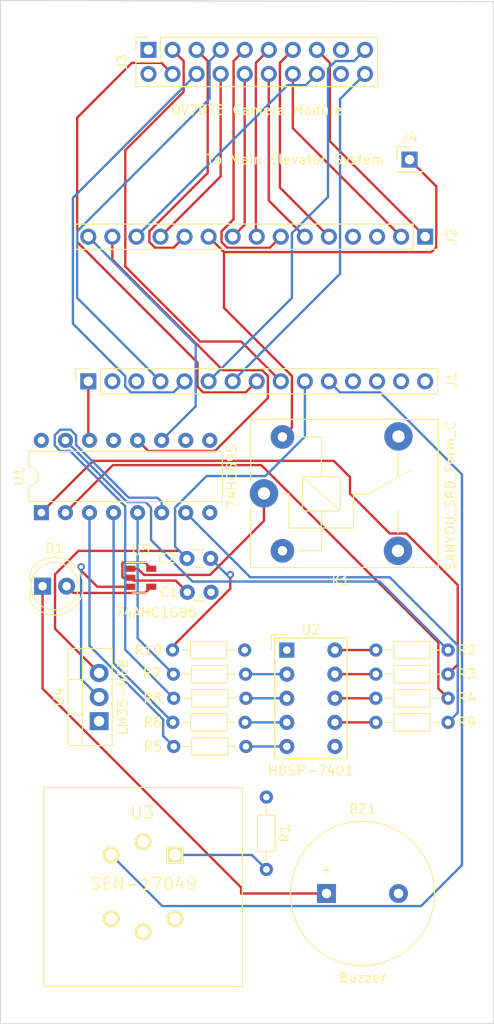
<source format=kicad_pcb>
(kicad_pcb (version 20171130) (host pcbnew "(5.1.9)-1")
  (title_block (title "Smart Elevator Systems") (date 2021-04-23) (rev 1.0) (company "College of Engineering, Pune") (comment 1 "Sayali Gadre (111907079)") (comment 2 "Esha Dorle (111907070)") (comment 3 "Anway Pimpalkar (111907066)") (comment 4 "Group 23"))
  (layers (0 F.Cu signal) (1 Power.Cu power) (2 Ground.Cu power) (31 B.Cu signal) (34 B.Paste user) (35 F.Paste user) (36 B.SilkS user) (37 F.SilkS user) (38 B.Mask user) (39 F.Mask user) (44 Edge.Cuts user))
  (net 0 "")
  (net 1 D1-TX)
  (net 2 +3V3)
  (net 3 D0-RX)
  (net 4 AREF)
  (net 5 RESET2)
  (net 6 A0)
  (net 7 GND)
  (net 8 A1)
  (net 9 D2)
  (net 10 A2)
  (net 11 D3)
  (net 12 A3)
  (net 13 D4)
  (net 14 A4)
  (net 15 D5)
  (net 16 A5)
  (net 17 D6)
  (net 18 A6)
  (net 19 D7)
  (net 20 A7)
  (net 21 D8)
  (net 22 +5V)
  (net 23 D9)
  (net 24 RESET1)
  (net 25 D10)
  (net 26 D11)
  (net 27 VIN)
  (net 28 D12)
  (net 29 D13)
  (net 30 "Net-(J3-Pad18)")
  (net 31 "Net-(J3-Pad17)")
  (net 32 "Net-(U1-Pad9)")
  (net 33 "Net-(U1-Pad10)")
  (net 34 "Net-(U1-Pad13)")
  (net 35 "Net-(R1-Pad2)")
  (net 36 "Net-(BZ1-Pad1)")
  (net 37 "Net-(R2-Pad2)")
  (net 38 "Net-(R2-Pad1)")
  (net 39 "Net-(R3-Pad2)")
  (net 40 "Net-(R3-Pad1)")
  (net 41 "Net-(R4-Pad1)")
  (net 42 "Net-(R4-Pad2)")
  (net 43 "Net-(R5-Pad2)")
  (net 44 "Net-(R5-Pad1)")
  (net 45 "Net-(R6-Pad1)")
  (net 46 "Net-(R6-Pad2)")
  (net 47 "Net-(R7-Pad1)")
  (net 48 "Net-(R7-Pad2)")
  (net 49 "Net-(R8-Pad1)")
  (net 50 "Net-(R8-Pad2)")
  (net 51 "Net-(R9-Pad2)")
  (net 52 "Net-(R9-Pad1)")
  (net 53 "Net-(D1-Pad2)")
  (net 54 "Net-(C2-Pad2)")
  (net 55 "Net-(K1-Pad1)")
  (module Relay_THT:Relay_SPDT_SANYOU_SRD_Series_Form_C (layer F.Cu) (at 107.442 135.636)
    (fp_text reference K1 (at 8.1 9.2) (layer F.SilkS))
    (fp_text value SANYOU_SRD_Form_C (at 19.685 0.254 90) (layer F.SilkS))
    (fp_line (start -1.4 1.2) (end -1.4 7.8) (layer F.SilkS) (width 0.12))
    (fp_line (start -1.4 -7.8) (end -1.4 -1.2) (layer F.SilkS) (width 0.12))
    (fp_line (start -1.4 -7.8) (end 18.4 -7.8) (layer F.SilkS) (width 0.12))
    (fp_line (start 18.4 -7.8) (end 18.4 7.8) (layer F.SilkS) (width 0.12))
    (fp_line (start 18.4 7.8) (end -1.4 7.8) (layer F.SilkS) (width 0.12))
    (fp_line (start 14.15 4.2) (end 14.15 1.75) (layer F.SilkS) (width 0.12))
    (fp_line (start 14.15 -4.2) (end 14.15 -1.7) (layer F.SilkS) (width 0.12))
    (fp_line (start 3.55 6.05) (end 6.05 6.05) (layer F.SilkS) (width 0.12))
    (fp_line (start 2.65 0.05) (end 1.85 0.05) (layer F.SilkS) (width 0.12))
    (fp_line (start 6.05 -5.95) (end 3.55 -5.95) (layer F.SilkS) (width 0.12))
    (fp_line (start 9.45 0.05) (end 10.95 0.05) (layer F.SilkS) (width 0.12))
    (fp_line (start 10.95 0.05) (end 15.55 -2.45) (layer F.SilkS) (width 0.12))
    (fp_line (start 9.45 3.65) (end 2.65 3.65) (layer F.SilkS) (width 0.12))
    (fp_line (start 9.45 0.05) (end 9.45 3.65) (layer F.SilkS) (width 0.12))
    (fp_line (start 2.65 0.05) (end 2.65 3.65) (layer F.SilkS) (width 0.12))
    (fp_line (start 6.05 -5.95) (end 6.05 -1.75) (layer F.SilkS) (width 0.12))
    (fp_line (start 6.05 1.85) (end 6.05 6.05) (layer F.SilkS) (width 0.12))
    (fp_line (start 8.05 1.85) (end 4.05 -1.75) (layer F.SilkS) (width 0.12))
    (fp_line (start 4.05 1.85) (end 4.05 -1.75) (layer F.SilkS) (width 0.12))
    (fp_line (start 4.05 -1.75) (end 8.05 -1.75) (layer F.SilkS) (width 0.12))
    (fp_line (start 8.05 -1.75) (end 8.05 1.85) (layer F.SilkS) (width 0.12))
    (fp_line (start 8.05 1.85) (end 4.05 1.85) (layer F.SilkS) (width 0.12))
    (pad 2 thru_hole circle (at 1.95 6.05 90) (size 2.5 2.5) (drill 1) (layers *.Cu *.Mask) (net 7 GND))
    (pad 3 thru_hole circle (at 14.15 6.05 90) (size 3 3) (drill 1.3) (layers *.Cu *.Mask) (net 7 GND))
    (pad 4 thru_hole circle (at 14.2 -6 90) (size 3 3) (drill 1.3) (layers *.Cu *.Mask) (net 22 +5V))
    (pad 5 thru_hole circle (at 1.95 -5.95 90) (size 2.5 2.5) (drill 1) (layers *.Cu *.Mask) (net 19 D7))
    (pad 1 thru_hole circle (at 0 0 90) (size 3 3) (drill 1.3) (layers *.Cu *.Mask) (net 55 "Net-(K1-Pad1)"))
  )
  (module SEN-17049:SEN17049 (layer F.Cu) (at 95.504 177.546 270)
    (fp_text reference U3 (at -8.255 0.889 180) (layer F.SilkS) (effects (font (size 1.27 1.27))))
    (fp_text value SEN-17049 (at -0.762 0.762 180) (layer F.SilkS) (effects (font (size 1.27 1.27))))
    (fp_line (start -9.951 0.819) (end -9.951 0.819) (layer F.SilkS) (width 0.1))
    (fp_line (start 9.049 0.819) (end 9.049 0.819) (layer F.SilkS) (width 0.1))
    (pad 1 thru_hole rect (at -3.81 -2.54) (size 1.8 1.8) (drill 1.2) (layers *.Cu *.Mask F.SilkS) (net 35 "Net-(R1-Pad2)"))
    (pad 2 thru_hole circle (at -5.201 0.819) (size 1.8 1.8) (drill 1.2) (layers *.Cu *.Mask F.SilkS) (net 7 GND))
    (pad 3 thru_hole circle (at -3.81 4.178) (size 1.8 1.8) (drill 1.2) (layers *.Cu *.Mask F.SilkS) (net 20 A7))
    (pad 4 thru_hole circle (at 2.908 4.178) (size 1.8 1.8) (drill 1.2) (layers *.Cu *.Mask F.SilkS) (net 22 +5V))
    (pad 5 thru_hole circle (at 4.299 0.819) (size 1.8 1.8) (drill 1.2) (layers *.Cu *.Mask F.SilkS) (net 22 +5V))
    (pad 6 thru_hole circle (at 2.908 -2.54) (size 1.8 1.8) (drill 1.2) (layers *.Cu *.Mask F.SilkS) (net 22 +5V))
  )
  (module Package_TO_SOT_THT:TO-220-3_Vertical (layer F.Cu) (at 90.043 159.639 90)
    (fp_text reference U4 (at 2.54 -4.27 90) (layer F.SilkS))
    (fp_text value LM35-NEB (at 2.54 2.5 90) (layer F.SilkS))
    (fp_line (start 4.391 -3.27) (end 4.391 -1.76) (layer F.SilkS) (width 0.12))
    (fp_line (start 0.69 -3.27) (end 0.69 -1.76) (layer F.SilkS) (width 0.12))
    (fp_line (start -2.58 -1.76) (end 7.66 -1.76) (layer F.SilkS) (width 0.12))
    (fp_line (start 7.66 -3.27) (end 7.66 1.371) (layer F.SilkS) (width 0.12))
    (fp_line (start -2.58 -3.27) (end -2.58 1.371) (layer F.SilkS) (width 0.12))
    (fp_line (start -2.58 1.371) (end 7.66 1.371) (layer F.SilkS) (width 0.12))
    (fp_line (start -2.58 -3.27) (end 7.66 -3.27) (layer F.SilkS) (width 0.12))
    (pad 1 thru_hole rect (at 0 0 90) (size 1.905 2) (drill 1.1) (layers *.Cu *.Mask) (net 22 +5V))
    (pad 2 thru_hole oval (at 2.54 0 90) (size 1.905 2) (drill 1.1) (layers *.Cu *.Mask) (net 7 GND))
    (pad 3 thru_hole oval (at 5.08 0 90) (size 1.905 2) (drill 1.1) (layers *.Cu *.Mask) (net 18 A6))
  )
  (module Package_DIP:DIP-16_W7.62mm (layer F.Cu) (at 83.947 137.668 90)
    (fp_text reference U1 (at 3.81 -2.33 90) (layer F.SilkS))
    (fp_text value 74HC595 (at 3.81 20.11 90) (layer F.SilkS))
    (fp_line (start 6.46 -1.33) (end 4.81 -1.33) (layer F.SilkS) (width 0.12))
    (fp_line (start 6.46 19.11) (end 6.46 -1.33) (layer F.SilkS) (width 0.12))
    (fp_line (start 1.16 19.11) (end 6.46 19.11) (layer F.SilkS) (width 0.12))
    (fp_line (start 1.16 -1.33) (end 1.16 19.11) (layer F.SilkS) (width 0.12))
    (fp_line (start 2.81 -1.33) (end 1.16 -1.33) (layer F.SilkS) (width 0.12))
    (fp_arc (start 3.81 -1.33) (end 2.81 -1.33) (angle -180) (layer F.SilkS) (width 0.12))
    (pad 16 thru_hole oval (at 7.62 0 90) (size 1.6 1.6) (drill 0.8) (layers *.Cu *.Mask) (net 22 +5V))
    (pad 8 thru_hole oval (at 0 17.78 90) (size 1.6 1.6) (drill 0.8) (layers *.Cu *.Mask) (net 7 GND))
    (pad 15 thru_hole oval (at 7.62 2.54 90) (size 1.6 1.6) (drill 0.8) (layers *.Cu *.Mask) (net 38 "Net-(R2-Pad1)"))
    (pad 7 thru_hole oval (at 0 15.24 90) (size 1.6 1.6) (drill 0.8) (layers *.Cu *.Mask) (net 52 "Net-(R9-Pad1)"))
    (pad 14 thru_hole oval (at 7.62 5.08 90) (size 1.6 1.6) (drill 0.8) (layers *.Cu *.Mask) (net 29 D13))
    (pad 6 thru_hole oval (at 0 12.7 90) (size 1.6 1.6) (drill 0.8) (layers *.Cu *.Mask) (net 49 "Net-(R8-Pad1)"))
    (pad 13 thru_hole oval (at 7.62 7.62 90) (size 1.6 1.6) (drill 0.8) (layers *.Cu *.Mask) (net 34 "Net-(U1-Pad13)"))
    (pad 5 thru_hole oval (at 0 10.16 90) (size 1.6 1.6) (drill 0.8) (layers *.Cu *.Mask) (net 47 "Net-(R7-Pad1)"))
    (pad 12 thru_hole oval (at 7.62 10.16 90) (size 1.6 1.6) (drill 0.8) (layers *.Cu *.Mask) (net 26 D11))
    (pad 4 thru_hole oval (at 0 7.62 90) (size 1.6 1.6) (drill 0.8) (layers *.Cu *.Mask) (net 45 "Net-(R6-Pad1)"))
    (pad 11 thru_hole oval (at 7.62 12.7 90) (size 1.6 1.6) (drill 0.8) (layers *.Cu *.Mask) (net 28 D12))
    (pad 3 thru_hole oval (at 0 5.08 90) (size 1.6 1.6) (drill 0.8) (layers *.Cu *.Mask) (net 44 "Net-(R5-Pad1)"))
    (pad 10 thru_hole oval (at 7.62 15.24 90) (size 1.6 1.6) (drill 0.8) (layers *.Cu *.Mask) (net 33 "Net-(U1-Pad10)"))
    (pad 2 thru_hole oval (at 0 2.54 90) (size 1.6 1.6) (drill 0.8) (layers *.Cu *.Mask) (net 41 "Net-(R4-Pad1)"))
    (pad 9 thru_hole oval (at 7.62 17.78 90) (size 1.6 1.6) (drill 0.8) (layers *.Cu *.Mask) (net 32 "Net-(U1-Pad9)"))
    (pad 1 thru_hole rect (at 0 0 90) (size 1.6 1.6) (drill 0.8) (layers *.Cu *.Mask) (net 40 "Net-(R3-Pad1)"))
  )
  (module Connector_PinSocket_2.54mm:PinSocket_2x10_P2.54mm_Vertical (layer F.Cu) (at 95.25 88.9 90)
    (fp_text reference J3 (at -1.27 -2.77 90) (layer F.SilkS))
    (fp_text value "OV7675 Camera Module" (at -6.35 11.43 180) (layer F.SilkS))
    (fp_line (start 0 -1.33) (end 1.33 -1.33) (layer F.SilkS) (width 0.12))
    (fp_line (start 1.33 -1.33) (end 1.33 0) (layer F.SilkS) (width 0.12))
    (fp_line (start -1.27 -1.33) (end -1.27 1.27) (layer F.SilkS) (width 0.12))
    (fp_line (start -1.27 1.27) (end 1.33 1.27) (layer F.SilkS) (width 0.12))
    (fp_line (start 1.33 1.27) (end 1.33 24.19) (layer F.SilkS) (width 0.12))
    (fp_line (start -3.87 24.19) (end 1.33 24.19) (layer F.SilkS) (width 0.12))
    (fp_line (start -3.87 -1.33) (end -3.87 24.19) (layer F.SilkS) (width 0.12))
    (fp_line (start -3.87 -1.33) (end -1.27 -1.33) (layer F.SilkS) (width 0.12))
    (pad 20 thru_hole oval (at -2.54 22.86 90) (size 1.7 1.7) (drill 1) (layers *.Cu *.Mask) (net 12 A3))
    (pad 19 thru_hole oval (at 0 22.86 90) (size 1.7 1.7) (drill 1) (layers *.Cu *.Mask) (net 10 A2))
    (pad 18 thru_hole oval (at -2.54 20.32 90) (size 1.7 1.7) (drill 1) (layers *.Cu *.Mask) (net 30 "Net-(J3-Pad18)"))
    (pad 17 thru_hole oval (at 0 20.32 90) (size 1.7 1.7) (drill 1) (layers *.Cu *.Mask) (net 31 "Net-(J3-Pad17)"))
    (pad 16 thru_hole oval (at -2.54 17.78 90) (size 1.7 1.7) (drill 1) (layers *.Cu *.Mask) (net 25 D10))
    (pad 15 thru_hole oval (at 0 17.78 90) (size 1.7 1.7) (drill 1) (layers *.Cu *.Mask) (net 1 D1-TX))
    (pad 14 thru_hole oval (at -2.54 15.24 90) (size 1.7 1.7) (drill 1) (layers *.Cu *.Mask) (net 3 D0-RX))
    (pad 13 thru_hole oval (at 0 15.24 90) (size 1.7 1.7) (drill 1) (layers *.Cu *.Mask) (net 9 D2))
    (pad 12 thru_hole oval (at -2.54 12.7 90) (size 1.7 1.7) (drill 1) (layers *.Cu *.Mask) (net 11 D3))
    (pad 11 thru_hole oval (at 0 12.7 90) (size 1.7 1.7) (drill 1) (layers *.Cu *.Mask) (net 15 D5))
    (pad 10 thru_hole oval (at -2.54 10.16 90) (size 1.7 1.7) (drill 1) (layers *.Cu *.Mask) (net 17 D6))
    (pad 9 thru_hole oval (at 0 10.16 90) (size 1.7 1.7) (drill 1) (layers *.Cu *.Mask) (net 13 D4))
    (pad 8 thru_hole oval (at -2.54 7.62 90) (size 1.7 1.7) (drill 1) (layers *.Cu *.Mask) (net 23 D9))
    (pad 7 thru_hole oval (at 0 7.62 90) (size 1.7 1.7) (drill 1) (layers *.Cu *.Mask) (net 6 A0))
    (pad 6 thru_hole oval (at -2.54 5.08 90) (size 1.7 1.7) (drill 1) (layers *.Cu *.Mask) (net 8 A1))
    (pad 5 thru_hole oval (at 0 5.08 90) (size 1.7 1.7) (drill 1) (layers *.Cu *.Mask) (net 21 D8))
    (pad 4 thru_hole oval (at -2.54 2.54 90) (size 1.7 1.7) (drill 1) (layers *.Cu *.Mask) (net 14 A4))
    (pad 3 thru_hole oval (at 0 2.54 90) (size 1.7 1.7) (drill 1) (layers *.Cu *.Mask) (net 16 A5))
    (pad 2 thru_hole oval (at -2.54 0 90) (size 1.7 1.7) (drill 1) (layers *.Cu *.Mask) (net 7 GND))
    (pad 1 thru_hole rect (at 0 0 90) (size 1.7 1.7) (drill 1) (layers *.Cu *.Mask) (net 2 +3V3))
  )
  (module Connector_PinSocket_2.54mm:PinSocket_1x15_P2.54mm_Vertical (layer F.Cu) (at 88.9 123.825 90)
    (fp_text reference J1 (at 0.127 38.354 90) (layer F.SilkS))
    (fp_text value "L Arduino Mount")
    (fp_line (start 0 -1.33) (end 1.33 -1.33) (layer F.SilkS) (width 0.12))
    (fp_line (start 1.33 -1.33) (end 1.33 0) (layer F.SilkS) (width 0.12))
    (fp_line (start 1.33 1.27) (end 1.33 36.89) (layer F.SilkS) (width 0.12))
    (fp_line (start -1.33 36.89) (end 1.33 36.89) (layer F.SilkS) (width 0.12))
    (fp_line (start -1.33 1.27) (end -1.33 36.89) (layer F.SilkS) (width 0.12))
    (fp_line (start -1.33 1.27) (end 1.33 1.27) (layer F.SilkS) (width 0.12))
    (pad 15 thru_hole oval (at 0 35.56 90) (size 1.7 1.7) (drill 1) (layers *.Cu *.Mask) (net 27 VIN))
    (pad 14 thru_hole oval (at 0 33.02 90) (size 1.7 1.7) (drill 1) (layers *.Cu *.Mask) (net 7 GND))
    (pad 13 thru_hole oval (at 0 30.48 90) (size 1.7 1.7) (drill 1) (layers *.Cu *.Mask) (net 24 RESET1))
    (pad 12 thru_hole oval (at 0 27.94 90) (size 1.7 1.7) (drill 1) (layers *.Cu *.Mask) (net 22 +5V))
    (pad 11 thru_hole oval (at 0 25.4 90) (size 1.7 1.7) (drill 1) (layers *.Cu *.Mask) (net 20 A7))
    (pad 10 thru_hole oval (at 0 22.86 90) (size 1.7 1.7) (drill 1) (layers *.Cu *.Mask) (net 18 A6))
    (pad 9 thru_hole oval (at 0 20.32 90) (size 1.7 1.7) (drill 1) (layers *.Cu *.Mask) (net 16 A5))
    (pad 8 thru_hole oval (at 0 17.78 90) (size 1.7 1.7) (drill 1) (layers *.Cu *.Mask) (net 14 A4))
    (pad 7 thru_hole oval (at 0 15.24 90) (size 1.7 1.7) (drill 1) (layers *.Cu *.Mask) (net 12 A3))
    (pad 6 thru_hole oval (at 0 12.7 90) (size 1.7 1.7) (drill 1) (layers *.Cu *.Mask) (net 10 A2))
    (pad 5 thru_hole oval (at 0 10.16 90) (size 1.7 1.7) (drill 1) (layers *.Cu *.Mask) (net 8 A1))
    (pad 4 thru_hole oval (at 0 7.62 90) (size 1.7 1.7) (drill 1) (layers *.Cu *.Mask) (net 6 A0))
    (pad 3 thru_hole oval (at 0 5.08 90) (size 1.7 1.7) (drill 1) (layers *.Cu *.Mask) (net 4 AREF))
    (pad 2 thru_hole oval (at 0 2.54 90) (size 1.7 1.7) (drill 1) (layers *.Cu *.Mask) (net 2 +3V3))
    (pad 1 thru_hole rect (at 0 0 90) (size 1.7 1.7) (drill 1) (layers *.Cu *.Mask) (net 29 D13))
  )
  (module Connector_PinSocket_2.54mm:PinSocket_1x15_P2.54mm_Vertical (layer F.Cu) (at 124.46 108.585 270)
    (fp_text reference J2 (at 0 -2.77 90) (layer F.SilkS))
    (fp_text value "R Arduino Mount")
    (fp_line (start 0 -1.33) (end 1.33 -1.33) (layer F.SilkS) (width 0.12))
    (fp_line (start 1.33 -1.33) (end 1.33 0) (layer F.SilkS) (width 0.12))
    (fp_line (start 1.33 1.27) (end 1.33 36.89) (layer F.SilkS) (width 0.12))
    (fp_line (start -1.33 36.89) (end 1.33 36.89) (layer F.SilkS) (width 0.12))
    (fp_line (start -1.33 1.27) (end -1.33 36.89) (layer F.SilkS) (width 0.12))
    (fp_line (start -1.33 1.27) (end 1.33 1.27) (layer F.SilkS) (width 0.12))
    (pad 15 thru_hole oval (at 0 35.56 270) (size 1.7 1.7) (drill 1) (layers *.Cu *.Mask) (net 28 D12))
    (pad 14 thru_hole oval (at 0 33.02 270) (size 1.7 1.7) (drill 1) (layers *.Cu *.Mask) (net 26 D11))
    (pad 13 thru_hole oval (at 0 30.48 270) (size 1.7 1.7) (drill 1) (layers *.Cu *.Mask) (net 25 D10))
    (pad 12 thru_hole oval (at 0 27.94 270) (size 1.7 1.7) (drill 1) (layers *.Cu *.Mask) (net 23 D9))
    (pad 11 thru_hole oval (at 0 25.4 270) (size 1.7 1.7) (drill 1) (layers *.Cu *.Mask) (net 21 D8))
    (pad 10 thru_hole oval (at 0 22.86 270) (size 1.7 1.7) (drill 1) (layers *.Cu *.Mask) (net 19 D7))
    (pad 9 thru_hole oval (at 0 20.32 270) (size 1.7 1.7) (drill 1) (layers *.Cu *.Mask) (net 17 D6))
    (pad 8 thru_hole oval (at 0 17.78 270) (size 1.7 1.7) (drill 1) (layers *.Cu *.Mask) (net 15 D5))
    (pad 7 thru_hole oval (at 0 15.24 270) (size 1.7 1.7) (drill 1) (layers *.Cu *.Mask) (net 13 D4))
    (pad 6 thru_hole oval (at 0 12.7 270) (size 1.7 1.7) (drill 1) (layers *.Cu *.Mask) (net 11 D3))
    (pad 5 thru_hole oval (at 0 10.16 270) (size 1.7 1.7) (drill 1) (layers *.Cu *.Mask) (net 9 D2))
    (pad 4 thru_hole oval (at 0 7.62 270) (size 1.7 1.7) (drill 1) (layers *.Cu *.Mask) (net 7 GND))
    (pad 3 thru_hole oval (at 0 5.08 270) (size 1.7 1.7) (drill 1) (layers *.Cu *.Mask) (net 5 RESET2))
    (pad 2 thru_hole oval (at 0 2.54 270) (size 1.7 1.7) (drill 1) (layers *.Cu *.Mask) (net 3 D0-RX))
    (pad 1 thru_hole rect (at 0 0 270) (size 1.7 1.7) (drill 1) (layers *.Cu *.Mask) (net 1 D1-TX))
  )
  (module Display_7Segment:HDSP-7401 (layer F.Cu) (at 109.855 152.146)
    (fp_text reference U2 (at 2.54 -2.159) (layer F.SilkS))
    (fp_text value HDSP-7401 (at 2.54 12.7) (layer F.SilkS))
    (fp_line (start -1.63 -1.63) (end 0 -1.63) (layer F.SilkS) (width 0.12))
    (fp_line (start -1.63 0) (end -1.63 -1.63) (layer F.SilkS) (width 0.12))
    (fp_line (start 6.35 -1.27) (end -1.27 -1.27) (layer F.SilkS) (width 0.15))
    (fp_line (start -1.27 -1.27) (end -1.27 11.43) (layer F.SilkS) (width 0.15))
    (fp_line (start -1.27 11.43) (end 6.35 11.43) (layer F.SilkS) (width 0.15))
    (fp_line (start 6.35 11.43) (end 6.35 -1.27) (layer F.SilkS) (width 0.15))
    (pad 10 thru_hole circle (at 5.08 0) (size 1.6 1.6) (drill 0.8) (layers *.Cu *.Mask) (net 37 "Net-(R2-Pad2)"))
    (pad 9 thru_hole circle (at 5.08 2.54) (size 1.6 1.6) (drill 0.8) (layers *.Cu *.Mask) (net 39 "Net-(R3-Pad2)"))
    (pad 8 thru_hole circle (at 5.08 5.08) (size 1.6 1.6) (drill 0.8) (layers *.Cu *.Mask) (net 42 "Net-(R4-Pad2)"))
    (pad 7 thru_hole circle (at 5.08 7.62) (size 1.6 1.6) (drill 0.8) (layers *.Cu *.Mask) (net 51 "Net-(R9-Pad2)"))
    (pad 6 thru_hole circle (at 5.08 10.16) (size 1.6 1.6) (drill 0.8) (layers *.Cu *.Mask) (net 22 +5V))
    (pad 5 thru_hole circle (at 0 10.16) (size 1.6 1.6) (drill 0.8) (layers *.Cu *.Mask) (net 43 "Net-(R5-Pad2)"))
    (pad 4 thru_hole circle (at 0 7.62) (size 1.6 1.6) (drill 0.8) (layers *.Cu *.Mask) (net 46 "Net-(R6-Pad2)"))
    (pad 3 thru_hole circle (at 0 5.08) (size 1.6 1.6) (drill 0.8) (layers *.Cu *.Mask) (net 50 "Net-(R8-Pad2)"))
    (pad 2 thru_hole circle (at 0 2.54) (size 1.6 1.6) (drill 0.8) (layers *.Cu *.Mask) (net 48 "Net-(R7-Pad2)"))
    (pad 1 thru_hole rect (at 0 0) (size 1.6 1.6) (drill 0.8) (layers *.Cu *.Mask) (net 22 +5V))
  )
  (module Buzzer_Beeper:Buzzer_15x7.5RM7.6 (layer F.Cu) (at 114.046 177.8)
    (fp_text reference BZ1 (at 3.81 -8.89) (layer F.SilkS))
    (fp_text value Buzzer (at 3.81 8.89) (layer F.SilkS))
    (fp_circle (center 3.8 0) (end 11.4 0) (layer F.SilkS) (width 0.12))
    (fp_text user + (at -0.01 -2.54) (layer F.SilkS))
    (pad 1 thru_hole rect (at 0 0) (size 2 2) (drill 1) (layers *.Cu *.Mask) (net 36 "Net-(BZ1-Pad1)"))
    (pad 2 thru_hole circle (at 7.6 0) (size 2 2) (drill 1) (layers *.Cu *.Mask) (net 7 GND))
  )
  (module Package_TO_SOT_SMD:SOT-23-5 (layer F.Cu) (at 94.445 144.526)
    (fp_text reference U5 (at 0 -2.9) (layer F.SilkS))
    (fp_text value 74AHC1G86 (at 1.567 3.683) (layer F.SilkS))
    (fp_line (start -0.9 1.61) (end 0.9 1.61) (layer F.SilkS) (width 0.12))
    (fp_line (start 0.9 -1.61) (end -1.55 -1.61) (layer F.SilkS) (width 0.12))
    (pad 1 smd rect (at -1.1 -0.95) (size 1.06 0.65) (layers F.Cu F.Paste F.Mask) (net 55 "Net-(K1-Pad1)"))
    (pad 2 smd rect (at -1.1 0) (size 1.06 0.65) (layers F.Cu F.Paste F.Mask) (net 22 +5V))
    (pad 3 smd rect (at -1.1 0.95) (size 1.06 0.65) (layers F.Cu F.Paste F.Mask) (net 7 GND))
    (pad 4 smd rect (at 1.1 0.95) (size 1.06 0.65) (layers F.Cu F.Paste F.Mask) (net 53 "Net-(D1-Pad2)"))
    (pad 5 smd rect (at 1.1 -0.95) (size 1.06 0.65) (layers F.Cu F.Paste F.Mask) (net 22 +5V))
  )
  (module Connector_PinHeader_2.54mm:PinHeader_1x01_P2.54mm_Vertical (layer F.Cu) (at 122.809 100.457)
    (fp_text reference J4 (at 0 -2.33) (layer F.SilkS))
    (fp_text value "To Main Elevator System" (at -12.065 0) (layer F.SilkS))
    (fp_line (start -1.33 1.33) (end 1.33 1.33) (layer F.SilkS) (width 0.12))
    (fp_line (start -1.33 1.27) (end -1.33 1.33) (layer F.SilkS) (width 0.12))
    (fp_line (start 1.33 1.27) (end 1.33 1.33) (layer F.SilkS) (width 0.12))
    (fp_line (start -1.33 1.27) (end 1.33 1.27) (layer F.SilkS) (width 0.12))
    (fp_line (start -1.33 0) (end -1.33 -1.33) (layer F.SilkS) (width 0.12))
    (fp_line (start -1.33 -1.33) (end 0 -1.33) (layer F.SilkS) (width 0.12))
    (pad 1 thru_hole rect (at 0 0) (size 1.7 1.7) (drill 1) (layers *.Cu *.Mask) (net 19 D7))
  )
  (module Resistor_THT:R_Axial_DIN0204_L3.6mm_D1.6mm_P7.62mm_Horizontal (layer F.Cu) (at 107.696 167.64 270)
    (fp_text reference R1 (at 3.81 -1.92 90) (layer F.SilkS))
    (fp_text value 4kΩ)
    (fp_line (start 6.68 0) (end 5.73 0) (layer F.SilkS) (width 0.12))
    (fp_line (start 0.94 0) (end 1.89 0) (layer F.SilkS) (width 0.12))
    (fp_line (start 5.73 -0.92) (end 1.89 -0.92) (layer F.SilkS) (width 0.12))
    (fp_line (start 5.73 0.92) (end 5.73 -0.92) (layer F.SilkS) (width 0.12))
    (fp_line (start 1.89 0.92) (end 5.73 0.92) (layer F.SilkS) (width 0.12))
    (fp_line (start 1.89 -0.92) (end 1.89 0.92) (layer F.SilkS) (width 0.12))
    (pad 1 thru_hole circle (at 0 0 270) (size 1.4 1.4) (drill 0.7) (layers *.Cu *.Mask) (net 7 GND))
    (pad 2 thru_hole oval (at 7.62 0 270) (size 1.4 1.4) (drill 0.7) (layers *.Cu *.Mask) (net 35 "Net-(R1-Pad2)"))
  )
  (module Resistor_THT:R_Axial_DIN0204_L3.6mm_D1.6mm_P7.62mm_Horizontal (layer F.Cu) (at 126.873 152.146 180)
    (fp_text reference R2 (at -2.0066 0) (layer F.SilkS))
    (fp_text value 330Ω)
    (fp_line (start 1.89 -0.92) (end 1.89 0.92) (layer F.SilkS) (width 0.12))
    (fp_line (start 1.89 0.92) (end 5.73 0.92) (layer F.SilkS) (width 0.12))
    (fp_line (start 5.73 0.92) (end 5.73 -0.92) (layer F.SilkS) (width 0.12))
    (fp_line (start 5.73 -0.92) (end 1.89 -0.92) (layer F.SilkS) (width 0.12))
    (fp_line (start 0.94 0) (end 1.89 0) (layer F.SilkS) (width 0.12))
    (fp_line (start 6.68 0) (end 5.73 0) (layer F.SilkS) (width 0.12))
    (pad 2 thru_hole oval (at 7.62 0 180) (size 1.4 1.4) (drill 0.7) (layers *.Cu *.Mask) (net 37 "Net-(R2-Pad2)"))
    (pad 1 thru_hole circle (at 0 0 180) (size 1.4 1.4) (drill 0.7) (layers *.Cu *.Mask) (net 38 "Net-(R2-Pad1)"))
  )
  (module Resistor_THT:R_Axial_DIN0204_L3.6mm_D1.6mm_P7.62mm_Horizontal (layer F.Cu) (at 126.873 154.686 180)
    (fp_text reference R3 (at -2.0066 0) (layer F.SilkS))
    (fp_text value 330Ω)
    (fp_line (start 6.68 0) (end 5.73 0) (layer F.SilkS) (width 0.12))
    (fp_line (start 0.94 0) (end 1.89 0) (layer F.SilkS) (width 0.12))
    (fp_line (start 5.73 -0.92) (end 1.89 -0.92) (layer F.SilkS) (width 0.12))
    (fp_line (start 5.73 0.92) (end 5.73 -0.92) (layer F.SilkS) (width 0.12))
    (fp_line (start 1.89 0.92) (end 5.73 0.92) (layer F.SilkS) (width 0.12))
    (fp_line (start 1.89 -0.92) (end 1.89 0.92) (layer F.SilkS) (width 0.12))
    (pad 1 thru_hole circle (at 0 0 180) (size 1.4 1.4) (drill 0.7) (layers *.Cu *.Mask) (net 40 "Net-(R3-Pad1)"))
    (pad 2 thru_hole oval (at 7.62 0 180) (size 1.4 1.4) (drill 0.7) (layers *.Cu *.Mask) (net 39 "Net-(R3-Pad2)"))
  )
  (module Resistor_THT:R_Axial_DIN0204_L3.6mm_D1.6mm_P7.62mm_Horizontal (layer F.Cu) (at 126.873 157.226 180)
    (fp_text reference R4 (at -2.0066 0.0254) (layer F.SilkS))
    (fp_text value 330Ω)
    (fp_line (start 6.68 0) (end 5.73 0) (layer F.SilkS) (width 0.12))
    (fp_line (start 0.94 0) (end 1.89 0) (layer F.SilkS) (width 0.12))
    (fp_line (start 5.73 -0.92) (end 1.89 -0.92) (layer F.SilkS) (width 0.12))
    (fp_line (start 5.73 0.92) (end 5.73 -0.92) (layer F.SilkS) (width 0.12))
    (fp_line (start 1.89 0.92) (end 5.73 0.92) (layer F.SilkS) (width 0.12))
    (fp_line (start 1.89 -0.92) (end 1.89 0.92) (layer F.SilkS) (width 0.12))
    (pad 1 thru_hole circle (at 0 0 180) (size 1.4 1.4) (drill 0.7) (layers *.Cu *.Mask) (net 41 "Net-(R4-Pad1)"))
    (pad 2 thru_hole oval (at 7.62 0 180) (size 1.4 1.4) (drill 0.7) (layers *.Cu *.Mask) (net 42 "Net-(R4-Pad2)"))
  )
  (module Resistor_THT:R_Axial_DIN0204_L3.6mm_D1.6mm_P7.62mm_Horizontal (layer F.Cu) (at 97.917 162.306)
    (fp_text reference R5 (at -2.2098 0) (layer F.SilkS))
    (fp_text value 330Ω)
    (fp_line (start 1.89 -0.92) (end 1.89 0.92) (layer F.SilkS) (width 0.12))
    (fp_line (start 1.89 0.92) (end 5.73 0.92) (layer F.SilkS) (width 0.12))
    (fp_line (start 5.73 0.92) (end 5.73 -0.92) (layer F.SilkS) (width 0.12))
    (fp_line (start 5.73 -0.92) (end 1.89 -0.92) (layer F.SilkS) (width 0.12))
    (fp_line (start 0.94 0) (end 1.89 0) (layer F.SilkS) (width 0.12))
    (fp_line (start 6.68 0) (end 5.73 0) (layer F.SilkS) (width 0.12))
    (pad 2 thru_hole oval (at 7.62 0) (size 1.4 1.4) (drill 0.7) (layers *.Cu *.Mask) (net 43 "Net-(R5-Pad2)"))
    (pad 1 thru_hole circle (at 0 0) (size 1.4 1.4) (drill 0.7) (layers *.Cu *.Mask) (net 44 "Net-(R5-Pad1)"))
  )
  (module Resistor_THT:R_Axial_DIN0204_L3.6mm_D1.6mm_P7.62mm_Horizontal (layer F.Cu) (at 97.826 159.766)
    (fp_text reference R6 (at -2.1188 0) (layer F.SilkS))
    (fp_text value 330Ω)
    (fp_line (start 1.89 -0.92) (end 1.89 0.92) (layer F.SilkS) (width 0.12))
    (fp_line (start 1.89 0.92) (end 5.73 0.92) (layer F.SilkS) (width 0.12))
    (fp_line (start 5.73 0.92) (end 5.73 -0.92) (layer F.SilkS) (width 0.12))
    (fp_line (start 5.73 -0.92) (end 1.89 -0.92) (layer F.SilkS) (width 0.12))
    (fp_line (start 0.94 0) (end 1.89 0) (layer F.SilkS) (width 0.12))
    (fp_line (start 6.68 0) (end 5.73 0) (layer F.SilkS) (width 0.12))
    (pad 2 thru_hole oval (at 7.62 0) (size 1.4 1.4) (drill 0.7) (layers *.Cu *.Mask) (net 46 "Net-(R6-Pad2)"))
    (pad 1 thru_hole circle (at 0 0) (size 1.4 1.4) (drill 0.7) (layers *.Cu *.Mask) (net 45 "Net-(R6-Pad1)"))
  )
  (module Resistor_THT:R_Axial_DIN0204_L3.6mm_D1.6mm_P7.62mm_Horizontal (layer F.Cu) (at 97.881 154.686)
    (fp_text reference R7 (at -2.25 -0.127) (layer F.SilkS))
    (fp_text value 330Ω)
    (fp_line (start 6.68 0) (end 5.73 0) (layer F.SilkS) (width 0.12))
    (fp_line (start 0.94 0) (end 1.89 0) (layer F.SilkS) (width 0.12))
    (fp_line (start 5.73 -0.92) (end 1.89 -0.92) (layer F.SilkS) (width 0.12))
    (fp_line (start 5.73 0.92) (end 5.73 -0.92) (layer F.SilkS) (width 0.12))
    (fp_line (start 1.89 0.92) (end 5.73 0.92) (layer F.SilkS) (width 0.12))
    (fp_line (start 1.89 -0.92) (end 1.89 0.92) (layer F.SilkS) (width 0.12))
    (pad 1 thru_hole circle (at 0 0) (size 1.4 1.4) (drill 0.7) (layers *.Cu *.Mask) (net 47 "Net-(R7-Pad1)"))
    (pad 2 thru_hole oval (at 7.62 0) (size 1.4 1.4) (drill 0.7) (layers *.Cu *.Mask) (net 48 "Net-(R7-Pad2)"))
  )
  (module Resistor_THT:R_Axial_DIN0204_L3.6mm_D1.6mm_P7.62mm_Horizontal (layer F.Cu) (at 97.917 157.226)
    (fp_text reference R8 (at -2.2352 0) (layer F.SilkS))
    (fp_text value 330Ω)
    (fp_line (start 1.89 -0.92) (end 1.89 0.92) (layer F.SilkS) (width 0.12))
    (fp_line (start 1.89 0.92) (end 5.73 0.92) (layer F.SilkS) (width 0.12))
    (fp_line (start 5.73 0.92) (end 5.73 -0.92) (layer F.SilkS) (width 0.12))
    (fp_line (start 5.73 -0.92) (end 1.89 -0.92) (layer F.SilkS) (width 0.12))
    (fp_line (start 0.94 0) (end 1.89 0) (layer F.SilkS) (width 0.12))
    (fp_line (start 6.68 0) (end 5.73 0) (layer F.SilkS) (width 0.12))
    (pad 2 thru_hole oval (at 7.62 0) (size 1.4 1.4) (drill 0.7) (layers *.Cu *.Mask) (net 50 "Net-(R8-Pad2)"))
    (pad 1 thru_hole circle (at 0 0) (size 1.4 1.4) (drill 0.7) (layers *.Cu *.Mask) (net 49 "Net-(R8-Pad1)"))
  )
  (module Resistor_THT:R_Axial_DIN0204_L3.6mm_D1.6mm_P7.62mm_Horizontal (layer F.Cu) (at 126.873 159.766 180)
    (fp_text reference R9 (at -2.0066 0) (layer F.SilkS))
    (fp_text value 330Ω)
    (fp_line (start 6.68 0) (end 5.73 0) (layer F.SilkS) (width 0.12))
    (fp_line (start 0.94 0) (end 1.89 0) (layer F.SilkS) (width 0.12))
    (fp_line (start 5.73 -0.92) (end 1.89 -0.92) (layer F.SilkS) (width 0.12))
    (fp_line (start 5.73 0.92) (end 5.73 -0.92) (layer F.SilkS) (width 0.12))
    (fp_line (start 1.89 0.92) (end 5.73 0.92) (layer F.SilkS) (width 0.12))
    (fp_line (start 1.89 -0.92) (end 1.89 0.92) (layer F.SilkS) (width 0.12))
    (pad 1 thru_hole circle (at 0 0 180) (size 1.4 1.4) (drill 0.7) (layers *.Cu *.Mask) (net 52 "Net-(R9-Pad1)"))
    (pad 2 thru_hole oval (at 7.62 0 180) (size 1.4 1.4) (drill 0.7) (layers *.Cu *.Mask) (net 51 "Net-(R9-Pad2)"))
  )
  (module Capacitor_THT:C_Disc_D3.0mm_W1.6mm_P2.50mm (layer F.Cu) (at 99.354 146.05)
    (fp_text reference C1 (at -1.945 0) (layer F.SilkS))
    (fp_text value 10uF)
    (fp_line (start 0.621 0.92) (end 1.879 0.92) (layer F.SilkS) (width 0.12))
    (fp_line (start 0.621 -0.92) (end 1.879 -0.92) (layer F.SilkS) (width 0.12))
    (pad 2 thru_hole circle (at 2.5 0) (size 1.6 1.6) (drill 0.8) (layers *.Cu *.Mask) (net 7 GND))
    (pad 1 thru_hole circle (at 0 0) (size 1.6 1.6) (drill 0.8) (layers *.Cu *.Mask) (net 22 +5V))
  )
  (module Capacitor_THT:C_Disc_D3.0mm_W1.6mm_P2.50mm (layer F.Cu) (at 99.314 142.494)
    (fp_text reference C2 (at -2.159 0) (layer F.SilkS))
    (fp_text value 1uF)
    (fp_line (start 0.621 -0.92) (end 1.879 -0.92) (layer F.SilkS) (width 0.12))
    (fp_line (start 0.621 0.92) (end 1.879 0.92) (layer F.SilkS) (width 0.12))
    (pad 1 thru_hole circle (at 0 0) (size 1.6 1.6) (drill 0.8) (layers *.Cu *.Mask) (net 18 A6))
    (pad 2 thru_hole circle (at 2.5 0) (size 1.6 1.6) (drill 0.8) (layers *.Cu *.Mask) (net 54 "Net-(C2-Pad2)"))
  )
  (module Resistor_THT:R_Axial_DIN0204_L3.6mm_D1.6mm_P7.62mm_Horizontal (layer F.Cu) (at 97.79 152.146)
    (fp_text reference R10 (at -2.54 0) (layer F.SilkS))
    (fp_text value 75Ω)
    (fp_line (start 1.89 -0.92) (end 1.89 0.92) (layer F.SilkS) (width 0.12))
    (fp_line (start 1.89 0.92) (end 5.73 0.92) (layer F.SilkS) (width 0.12))
    (fp_line (start 5.73 0.92) (end 5.73 -0.92) (layer F.SilkS) (width 0.12))
    (fp_line (start 5.73 -0.92) (end 1.89 -0.92) (layer F.SilkS) (width 0.12))
    (fp_line (start 0.94 0) (end 1.89 0) (layer F.SilkS) (width 0.12))
    (fp_line (start 6.68 0) (end 5.73 0) (layer F.SilkS) (width 0.12))
    (pad 1 thru_hole circle (at 0 0) (size 1.4 1.4) (drill 0.7) (layers *.Cu *.Mask) (net 54 "Net-(C2-Pad2)"))
    (pad 2 thru_hole oval (at 7.62 0) (size 1.4 1.4) (drill 0.7) (layers *.Cu *.Mask) (net 7 GND))
  )
  (module LED_THT:LED_D5.0mm_FlatTop (layer F.Cu) (at 84.074 145.415)
    (fp_text reference D1 (at 1.27 -4.01) (layer F.SilkS))
    (fp_text value LED)
    (fp_line (start -1.29 -1.64) (end -1.29 1.64) (layer F.SilkS) (width 0.12))
    (fp_circle (center 1.27 0) (end 3.77 0) (layer F.SilkS) (width 0.12))
    (fp_arc (start 1.27 0) (end -1.29 -1.639512) (angle 147.4) (layer F.SilkS) (width 0.12))
    (fp_arc (start 1.27 0) (end -1.29 1.639512) (angle -147.4) (layer F.SilkS) (width 0.12))
    (pad 1 thru_hole rect (at 0 0) (size 1.8 1.8) (drill 0.9) (layers *.Cu *.Mask) (net 36 "Net-(BZ1-Pad1)"))
    (pad 2 thru_hole circle (at 2.54 0) (size 1.8 1.8) (drill 0.9) (layers *.Cu *.Mask) (net 53 "Net-(D1-Pad2)"))
  )
  (gr_line (start 79.629 83.693) (end 131.699 83.82) (layer Edge.Cuts) (width 0.1))
  (gr_line (start 79.629 191.516) (end 79.629 83.693) (layer Edge.Cuts) (width 0.1))
  (gr_line (start 131.699 191.516) (end 79.629 191.516) (layer Edge.Cuts) (width 0.1))
  (gr_line (start 131.699 83.82) (end 131.699 191.516) (layer Edge.Cuts) (width 0.1))
  (gr_line (start 84.201 187.579) (end 84.201 166.624) (layer F.SilkS) (width 0.12))
  (gr_line (start 105.156 187.579) (end 84.201 187.579) (layer F.SilkS) (width 0.12))
  (gr_line (start 105.156 166.624) (end 105.156 187.579) (layer F.SilkS) (width 0.12))
  (gr_line (start 84.201 166.624) (end 105.156 166.624) (layer F.SilkS) (width 0.12))
  (segment (start 114.394999 98.519999) (end 124.46 108.585) (width 0.25) (layer F.Cu) (net 1))
  (segment (start 114.394999 90.264999) (end 114.394999 98.519999) (width 0.25) (layer F.Cu) (net 1))
  (segment (start 113.03 88.9) (end 114.394999 90.264999) (width 0.25) (layer F.Cu) (net 1))
  (segment (start 110.49 97.155) (end 121.92 108.585) (width 0.25) (layer F.Cu) (net 3))
  (segment (start 110.49 91.44) (end 110.49 97.155) (width 0.25) (layer F.Cu) (net 3))
  (segment (start 87.724999 115.029999) (end 96.52 123.825) (width 0.25) (layer B.Cu) (net 6))
  (segment (start 87.724999 108.020999) (end 87.724999 115.029999) (width 0.25) (layer B.Cu) (net 6))
  (segment (start 101.694999 94.050999) (end 87.724999 108.020999) (width 0.25) (layer B.Cu) (net 6))
  (segment (start 101.694999 90.075001) (end 101.694999 94.050999) (width 0.25) (layer B.Cu) (net 6))
  (segment (start 102.87 88.9) (end 101.694999 90.075001) (width 0.25) (layer B.Cu) (net 6))
  (segment (start 93.345 145.476) (end 89.85 145.476) (width 0.25) (layer F.Cu) (net 7))
  (via (at 88.138 143.383) (size 0.8) (drill 0.4) (layers F.Cu B.Cu) (net 7))
  (segment (start 88.138 143.764) (end 88.138 143.383) (width 0.25) (layer F.Cu) (net 7))
  (segment (start 89.85 145.476) (end 88.138 143.764) (width 0.25) (layer F.Cu) (net 7))
  (segment (start 88.138 155.194) (end 90.043 157.099) (width 0.25) (layer B.Cu) (net 7))
  (segment (start 88.138 143.383) (end 88.138 155.194) (width 0.25) (layer B.Cu) (net 7))
  (segment (start 97.884999 125.000001) (end 99.06 123.825) (width 0.25) (layer B.Cu) (net 8))
  (segment (start 92.804999 124.389001) (end 93.415999 125.000001) (width 0.25) (layer B.Cu) (net 8))
  (segment (start 92.804999 123.284999) (end 92.804999 124.389001) (width 0.25) (layer B.Cu) (net 8))
  (segment (start 93.415999 125.000001) (end 97.884999 125.000001) (width 0.25) (layer B.Cu) (net 8))
  (segment (start 87.274989 117.754989) (end 92.804999 123.284999) (width 0.25) (layer B.Cu) (net 8))
  (segment (start 87.274989 104.495011) (end 87.274989 117.754989) (width 0.25) (layer B.Cu) (net 8))
  (segment (start 100.33 91.44) (end 87.274989 104.495011) (width 0.25) (layer B.Cu) (net 8))
  (segment (start 109.125001 103.410001) (end 114.3 108.585) (width 0.25) (layer F.Cu) (net 9))
  (segment (start 109.125001 90.264999) (end 109.125001 103.410001) (width 0.25) (layer F.Cu) (net 9))
  (segment (start 110.49 88.9) (end 109.125001 90.264999) (width 0.25) (layer F.Cu) (net 9))
  (segment (start 110.395001 108.210997) (end 110.395001 115.029999) (width 0.25) (layer B.Cu) (net 10))
  (segment (start 110.395001 115.029999) (end 101.6 123.825) (width 0.25) (layer B.Cu) (net 10))
  (segment (start 114.205001 104.400997) (end 110.395001 108.210997) (width 0.25) (layer B.Cu) (net 10))
  (segment (start 114.205001 90.875999) (end 114.205001 104.400997) (width 0.25) (layer B.Cu) (net 10))
  (segment (start 115.005999 90.075001) (end 114.205001 90.875999) (width 0.25) (layer B.Cu) (net 10))
  (segment (start 116.934999 90.075001) (end 115.005999 90.075001) (width 0.25) (layer B.Cu) (net 10))
  (segment (start 118.11 88.9) (end 116.934999 90.075001) (width 0.25) (layer B.Cu) (net 10))
  (segment (start 107.95 104.775) (end 111.76 108.585) (width 0.25) (layer F.Cu) (net 11))
  (segment (start 107.95 91.44) (end 107.95 104.775) (width 0.25) (layer F.Cu) (net 11))
  (segment (start 115.475001 112.489999) (end 104.14 123.825) (width 0.25) (layer B.Cu) (net 12))
  (segment (start 115.475001 94.074999) (end 115.475001 112.489999) (width 0.25) (layer B.Cu) (net 12))
  (segment (start 118.11 91.44) (end 115.475001 94.074999) (width 0.25) (layer B.Cu) (net 12))
  (segment (start 108.044999 109.760001) (end 109.22 108.585) (width 0.25) (layer F.Cu) (net 13))
  (segment (start 102.964999 108.020999) (end 102.964999 109.149001) (width 0.25) (layer F.Cu) (net 13))
  (segment (start 103.575999 109.760001) (end 108.044999 109.760001) (width 0.25) (layer F.Cu) (net 13))
  (segment (start 104.234999 106.750999) (end 102.964999 108.020999) (width 0.25) (layer F.Cu) (net 13))
  (segment (start 104.234999 90.075001) (end 104.234999 106.750999) (width 0.25) (layer F.Cu) (net 13))
  (segment (start 102.964999 109.149001) (end 103.575999 109.760001) (width 0.25) (layer F.Cu) (net 13))
  (segment (start 105.41 88.9) (end 104.234999 90.075001) (width 0.25) (layer F.Cu) (net 13))
  (segment (start 87.724999 96.044001) (end 87.724999 109.149001) (width 0.25) (layer F.Cu) (net 14))
  (segment (start 93.504001 90.264999) (end 87.724999 96.044001) (width 0.25) (layer F.Cu) (net 14))
  (segment (start 96.614999 90.264999) (end 93.504001 90.264999) (width 0.25) (layer F.Cu) (net 14))
  (segment (start 97.79 91.44) (end 96.614999 90.264999) (width 0.25) (layer F.Cu) (net 14))
  (segment (start 105.504999 125.000001) (end 106.68 123.825) (width 0.25) (layer F.Cu) (net 14))
  (segment (start 100.424999 124.389001) (end 101.035999 125.000001) (width 0.25) (layer F.Cu) (net 14))
  (segment (start 101.035999 125.000001) (end 105.504999 125.000001) (width 0.25) (layer F.Cu) (net 14))
  (segment (start 100.424999 121.849001) (end 100.424999 124.389001) (width 0.25) (layer F.Cu) (net 14))
  (segment (start 87.724999 109.149001) (end 100.424999 121.849001) (width 0.25) (layer F.Cu) (net 14))
  (segment (start 106.774999 108.490001) (end 106.68 108.585) (width 0.25) (layer F.Cu) (net 15))
  (segment (start 106.585001 108.490001) (end 106.68 108.585) (width 0.25) (layer F.Cu) (net 15))
  (segment (start 106.585001 90.264999) (end 106.585001 108.490001) (width 0.25) (layer F.Cu) (net 15))
  (segment (start 107.95 88.9) (end 106.585001 90.264999) (width 0.25) (layer F.Cu) (net 15))
  (segment (start 98.965001 90.075001) (end 98.965001 93.312999) (width 0.25) (layer F.Cu) (net 16))
  (segment (start 97.79 88.9) (end 98.965001 90.075001) (width 0.25) (layer F.Cu) (net 16))
  (segment (start 92.804999 99.473001) (end 92.804999 111.727999) (width 0.25) (layer F.Cu) (net 16))
  (segment (start 98.965001 93.312999) (end 92.804999 99.473001) (width 0.25) (layer F.Cu) (net 16))
  (segment (start 92.804999 111.727999) (end 100.711 119.634) (width 0.25) (layer F.Cu) (net 16))
  (segment (start 105.029 119.634) (end 109.22 123.825) (width 0.25) (layer F.Cu) (net 16))
  (segment (start 100.711 119.634) (end 105.029 119.634) (width 0.25) (layer F.Cu) (net 16))
  (segment (start 105.41 107.315) (end 104.14 108.585) (width 0.25) (layer F.Cu) (net 17))
  (segment (start 105.41 91.44) (end 105.41 107.315) (width 0.25) (layer F.Cu) (net 17))
  (segment (start 98.061999 141.241999) (end 99.314 142.494) (width 0.25) (layer B.Cu) (net 18))
  (segment (start 98.061999 137.127999) (end 98.061999 141.241999) (width 0.25) (layer B.Cu) (net 18))
  (segment (start 107.598003 133.810999) (end 101.378999 133.810999) (width 0.25) (layer B.Cu) (net 18))
  (segment (start 101.378999 133.810999) (end 98.061999 137.127999) (width 0.25) (layer B.Cu) (net 18))
  (segment (start 111.76 129.649002) (end 107.598003 133.810999) (width 0.25) (layer B.Cu) (net 18))
  (segment (start 111.76 123.825) (end 111.76 129.649002) (width 0.25) (layer B.Cu) (net 18))
  (segment (start 98.514001 141.694001) (end 99.314 142.494) (width 0.25) (layer F.Cu) (net 18))
  (segment (start 87.859999 141.694001) (end 98.514001 141.694001) (width 0.25) (layer F.Cu) (net 18))
  (segment (start 85.388999 144.165001) (end 87.859999 141.694001) (width 0.25) (layer F.Cu) (net 18))
  (segment (start 85.388999 149.904999) (end 85.388999 144.165001) (width 0.25) (layer F.Cu) (net 18))
  (segment (start 90.043 154.559) (end 85.388999 149.904999) (width 0.25) (layer F.Cu) (net 18))
  (segment (start 125.635001 103.283001) (end 122.809 100.457) (width 0.25) (layer F.Cu) (net 19))
  (segment (start 125.635001 109.695001) (end 125.635001 103.283001) (width 0.25) (layer F.Cu) (net 19))
  (segment (start 125.119991 110.210011) (end 125.635001 109.695001) (width 0.25) (layer F.Cu) (net 19))
  (segment (start 103.225011 110.210011) (end 125.119991 110.210011) (width 0.25) (layer F.Cu) (net 19))
  (segment (start 101.6 108.585) (end 103.225011 110.210011) (width 0.25) (layer F.Cu) (net 19))
  (segment (start 110.395001 128.682999) (end 109.392 129.686) (width 0.25) (layer F.Cu) (net 19))
  (segment (start 110.395001 123.260999) (end 110.395001 128.682999) (width 0.25) (layer F.Cu) (net 19))
  (segment (start 103.225011 116.091009) (end 110.395001 123.260999) (width 0.25) (layer F.Cu) (net 19))
  (segment (start 103.225011 110.210011) (end 103.225011 116.091009) (width 0.25) (layer F.Cu) (net 19))
  (segment (start 128.348011 133.641009) (end 128.348011 174.800989) (width 0.25) (layer B.Cu) (net 20))
  (segment (start 119.707003 125.000001) (end 128.348011 133.641009) (width 0.25) (layer B.Cu) (net 20))
  (segment (start 115.475001 125.000001) (end 119.707003 125.000001) (width 0.25) (layer B.Cu) (net 20))
  (segment (start 114.3 123.825) (end 115.475001 125.000001) (width 0.25) (layer B.Cu) (net 20))
  (segment (start 96.715001 179.125001) (end 91.326 173.736) (width 0.25) (layer B.Cu) (net 20))
  (segment (start 124.023999 179.125001) (end 96.715001 179.125001) (width 0.25) (layer B.Cu) (net 20))
  (segment (start 128.348011 174.800989) (end 124.023999 179.125001) (width 0.25) (layer B.Cu) (net 20))
  (segment (start 99.154999 108.490001) (end 99.06 108.585) (width 0.25) (layer B.Cu) (net 21))
  (segment (start 97.884999 109.760001) (end 99.06 108.585) (width 0.25) (layer F.Cu) (net 21))
  (segment (start 95.955999 109.760001) (end 97.884999 109.760001) (width 0.25) (layer F.Cu) (net 21))
  (segment (start 95.344999 109.149001) (end 95.955999 109.760001) (width 0.25) (layer F.Cu) (net 21))
  (segment (start 95.344999 108.020999) (end 95.344999 109.149001) (width 0.25) (layer F.Cu) (net 21))
  (segment (start 101.505001 101.860997) (end 95.344999 108.020999) (width 0.25) (layer F.Cu) (net 21))
  (segment (start 101.505001 90.075001) (end 101.505001 101.860997) (width 0.25) (layer F.Cu) (net 21))
  (segment (start 100.33 88.9) (end 101.505001 90.075001) (width 0.25) (layer F.Cu) (net 21))
  (segment (start 98.129999 144.825999) (end 99.354 146.05) (width 0.25) (layer F.Cu) (net 22))
  (segment (start 93.644999 144.825999) (end 98.129999 144.825999) (width 0.25) (layer F.Cu) (net 22))
  (segment (start 93.345 144.526) (end 93.644999 144.825999) (width 0.25) (layer F.Cu) (net 22))
  (segment (start 92.565 144.526) (end 93.345 144.526) (width 0.25) (layer F.Cu) (net 22))
  (segment (start 92.489999 144.450999) (end 92.565 144.526) (width 0.25) (layer F.Cu) (net 22))
  (segment (start 92.489999 142.990999) (end 92.489999 144.450999) (width 0.25) (layer F.Cu) (net 22))
  (segment (start 94.894999 142.925999) (end 92.554999 142.925999) (width 0.25) (layer F.Cu) (net 22))
  (segment (start 92.554999 142.925999) (end 92.489999 142.990999) (width 0.25) (layer F.Cu) (net 22))
  (segment (start 95.545 143.576) (end 94.894999 142.925999) (width 0.25) (layer F.Cu) (net 22))
  (segment (start 102.87 102.235) (end 96.52 108.585) (width 0.25) (layer F.Cu) (net 23))
  (segment (start 102.87 91.44) (end 102.87 102.235) (width 0.25) (layer F.Cu) (net 23))
  (segment (start 109.949999 92.615001) (end 93.98 108.585) (width 0.25) (layer B.Cu) (net 25))
  (segment (start 111.854999 92.615001) (end 109.949999 92.615001) (width 0.25) (layer B.Cu) (net 25))
  (segment (start 113.03 91.44) (end 111.854999 92.615001) (width 0.25) (layer B.Cu) (net 25))
  (segment (start 95.232001 131.173001) (end 94.107 130.048) (width 0.25) (layer F.Cu) (net 26))
  (segment (start 102.267001 131.173001) (end 95.232001 131.173001) (width 0.25) (layer F.Cu) (net 26))
  (segment (start 107.855001 125.585001) (end 102.267001 131.173001) (width 0.25) (layer F.Cu) (net 26))
  (segment (start 107.855001 123.260999) (end 107.855001 125.585001) (width 0.25) (layer F.Cu) (net 26))
  (segment (start 107.244001 122.649999) (end 107.855001 123.260999) (width 0.25) (layer F.Cu) (net 26))
  (segment (start 103.090589 122.649999) (end 107.244001 122.649999) (width 0.25) (layer F.Cu) (net 26))
  (segment (start 91.44 110.99941) (end 103.090589 122.649999) (width 0.25) (layer F.Cu) (net 26))
  (segment (start 91.44 108.585) (end 91.44 110.99941) (width 0.25) (layer F.Cu) (net 26))
  (segment (start 88.9 108.585) (end 100.235001 119.920001) (width 0.25) (layer B.Cu) (net 28))
  (segment (start 100.235001 126.459999) (end 96.647 130.048) (width 0.25) (layer B.Cu) (net 28))
  (segment (start 100.235001 119.920001) (end 100.235001 126.459999) (width 0.25) (layer B.Cu) (net 28))
  (segment (start 88.9 129.921) (end 89.027 130.048) (width 0.25) (layer F.Cu) (net 29))
  (segment (start 88.9 123.825) (end 88.9 129.921) (width 0.25) (layer F.Cu) (net 29))
  (segment (start 106.172 173.736) (end 107.696 175.26) (width 0.25) (layer B.Cu) (net 35))
  (segment (start 98.044 173.736) (end 106.172 173.736) (width 0.25) (layer B.Cu) (net 35))
  (segment (start 105.030088 177.8) (end 114.046 177.8) (width 0.25) (layer F.Cu) (net 36))
  (segment (start 105.030088 177.16359) (end 105.030088 177.8) (width 0.25) (layer F.Cu) (net 36))
  (segment (start 84.074 156.207502) (end 105.030088 177.16359) (width 0.25) (layer F.Cu) (net 36))
  (segment (start 84.074 145.415) (end 84.074 156.207502) (width 0.25) (layer F.Cu) (net 36))
  (segment (start 119.253 152.146) (end 114.935 152.146) (width 0.25) (layer F.Cu) (net 37))
  (segment (start 99.894001 144.924999) (end 119.651999 144.924999) (width 0.25) (layer B.Cu) (net 38))
  (segment (start 95.521999 140.552997) (end 99.894001 144.924999) (width 0.25) (layer B.Cu) (net 38))
  (segment (start 95.521999 137.127999) (end 95.521999 140.552997) (width 0.25) (layer B.Cu) (net 38))
  (segment (start 94.936999 136.542999) (end 95.521999 137.127999) (width 0.25) (layer B.Cu) (net 38))
  (segment (start 119.651999 144.924999) (end 126.873 152.146) (width 0.25) (layer B.Cu) (net 38))
  (segment (start 92.981999 136.542999) (end 94.936999 136.542999) (width 0.25) (layer B.Cu) (net 38))
  (segment (start 86.487 130.048) (end 92.981999 136.542999) (width 0.25) (layer B.Cu) (net 38))
  (segment (start 114.935 154.686) (end 119.253 154.686) (width 0.25) (layer F.Cu) (net 39))
  (segment (start 114.814002 132.207) (end 116.525501 133.918499) (width 0.25) (layer F.Cu) (net 40))
  (segment (start 89.408 132.207) (end 114.814002 132.207) (width 0.25) (layer F.Cu) (net 40))
  (segment (start 83.947 137.668) (end 89.408 132.207) (width 0.25) (layer F.Cu) (net 40))
  (segment (start 116.418001 133.810999) (end 116.525501 133.918499) (width 0.25) (layer F.Cu) (net 40))
  (segment (start 127.898001 145.290999) (end 127.898001 153.660999) (width 0.25) (layer F.Cu) (net 40))
  (segment (start 127.898001 153.660999) (end 126.873 154.686) (width 0.25) (layer F.Cu) (net 40))
  (segment (start 122.468001 139.860999) (end 127.898001 145.290999) (width 0.25) (layer F.Cu) (net 40))
  (segment (start 120.715999 139.860999) (end 122.468001 139.860999) (width 0.25) (layer F.Cu) (net 40))
  (segment (start 116.525501 135.670501) (end 120.715999 139.860999) (width 0.25) (layer F.Cu) (net 40))
  (segment (start 116.525501 133.918499) (end 116.525501 135.670501) (width 0.25) (layer F.Cu) (net 40))
  (segment (start 125.847999 156.200999) (end 126.873 157.226) (width 0.25) (layer F.Cu) (net 41))
  (segment (start 125.847999 151.340997) (end 125.847999 156.200999) (width 0.25) (layer F.Cu) (net 41))
  (segment (start 107.164012 132.65701) (end 125.847999 151.340997) (width 0.25) (layer F.Cu) (net 41))
  (segment (start 91.49799 132.65701) (end 107.164012 132.65701) (width 0.25) (layer F.Cu) (net 41))
  (segment (start 86.487 137.668) (end 91.49799 132.65701) (width 0.25) (layer F.Cu) (net 41))
  (segment (start 114.935 157.226) (end 119.253 157.226) (width 0.25) (layer F.Cu) (net 42))
  (segment (start 105.537 162.306) (end 109.855 162.306) (width 0.25) (layer B.Cu) (net 43))
  (segment (start 96.800999 161.189999) (end 97.917 162.306) (width 0.25) (layer B.Cu) (net 44))
  (segment (start 96.800999 159.462828) (end 96.800999 161.189999) (width 0.25) (layer B.Cu) (net 44))
  (segment (start 89.027 151.688829) (end 96.800999 159.462828) (width 0.25) (layer B.Cu) (net 44))
  (segment (start 89.027 137.668) (end 89.027 151.688829) (width 0.25) (layer B.Cu) (net 44))
  (segment (start 91.567 153.507) (end 91.567 137.668) (width 0.25) (layer B.Cu) (net 45))
  (segment (start 97.826 159.766) (end 91.567 153.507) (width 0.25) (layer B.Cu) (net 45))
  (segment (start 105.446 159.766) (end 109.855 159.766) (width 0.25) (layer B.Cu) (net 46))
  (segment (start 94.107 150.912) (end 97.881 154.686) (width 0.25) (layer B.Cu) (net 47))
  (segment (start 94.107 137.668) (end 94.107 150.912) (width 0.25) (layer B.Cu) (net 47))
  (segment (start 105.501 154.686) (end 109.855 154.686) (width 0.25) (layer B.Cu) (net 48))
  (segment (start 92.795599 152.104599) (end 97.917 157.226) (width 0.25) (layer B.Cu) (net 49))
  (segment (start 92.795599 136.993009) (end 92.795599 152.104599) (width 0.25) (layer B.Cu) (net 49))
  (segment (start 86.975591 131.173001) (end 92.795599 136.993009) (width 0.25) (layer B.Cu) (net 49))
  (segment (start 85.946999 131.173001) (end 86.975591 131.173001) (width 0.25) (layer B.Cu) (net 49))
  (segment (start 85.361999 130.588001) (end 85.946999 131.173001) (width 0.25) (layer B.Cu) (net 49))
  (segment (start 85.361999 129.507999) (end 85.361999 130.588001) (width 0.25) (layer B.Cu) (net 49))
  (segment (start 85.946999 128.922999) (end 85.361999 129.507999) (width 0.25) (layer B.Cu) (net 49))
  (segment (start 87.027001 128.922999) (end 85.946999 128.922999) (width 0.25) (layer B.Cu) (net 49))
  (segment (start 87.612001 129.507999) (end 87.027001 128.922999) (width 0.25) (layer B.Cu) (net 49))
  (segment (start 87.612001 130.536591) (end 87.612001 129.507999) (width 0.25) (layer B.Cu) (net 49))
  (segment (start 93.168399 136.092989) (end 87.612001 130.536591) (width 0.25) (layer B.Cu) (net 49))
  (segment (start 96.203359 136.092989) (end 93.168399 136.092989) (width 0.25) (layer B.Cu) (net 49))
  (segment (start 96.647 136.53663) (end 96.203359 136.092989) (width 0.25) (layer B.Cu) (net 49))
  (segment (start 96.647 137.668) (end 96.647 136.53663) (width 0.25) (layer B.Cu) (net 49))
  (segment (start 109.855 157.226) (end 105.537 157.226) (width 0.25) (layer B.Cu) (net 50))
  (segment (start 114.935 159.766) (end 119.253 159.766) (width 0.25) (layer F.Cu) (net 51))
  (segment (start 127.898001 158.740999) (end 126.873 159.766) (width 0.25) (layer B.Cu) (net 52))
  (segment (start 127.898001 151.653999) (end 127.898001 158.740999) (width 0.25) (layer B.Cu) (net 52))
  (segment (start 120.718992 144.47499) (end 127.898001 151.653999) (width 0.25) (layer B.Cu) (net 52))
  (segment (start 105.99399 144.47499) (end 120.718992 144.47499) (width 0.25) (layer B.Cu) (net 52))
  (segment (start 99.187 137.668) (end 105.99399 144.47499) (width 0.25) (layer B.Cu) (net 52))
  (segment (start 87.325001 146.126001) (end 86.614 145.415) (width 0.25) (layer F.Cu) (net 53))
  (segment (start 94.894999 146.126001) (end 87.325001 146.126001) (width 0.25) (layer F.Cu) (net 53))
  (segment (start 95.545 145.476) (end 94.894999 146.126001) (width 0.25) (layer F.Cu) (net 53))
  (via (at 103.886 144.199999) (size 0.8) (drill 0.4) (layers F.Cu B.Cu) (net 54))
  (segment (start 103.519999 144.199999) (end 103.886 144.199999) (width 0.25) (layer B.Cu) (net 54))
  (segment (start 101.814 142.494) (end 103.519999 144.199999) (width 0.25) (layer B.Cu) (net 54))
  (segment (start 97.79 151.779002) (end 97.79 152.146) (width 0.25) (layer F.Cu) (net 54))
  (segment (start 103.886 145.683002) (end 97.79 151.779002) (width 0.25) (layer F.Cu) (net 54))
  (segment (start 103.886 144.199999) (end 103.886 145.683002) (width 0.25) (layer F.Cu) (net 54))
  (segment (start 107.442 138.531002) (end 107.442 135.636) (width 0.25) (layer F.Cu) (net 55))
  (segment (start 101.747001 144.226001) (end 107.442 138.531002) (width 0.25) (layer F.Cu) (net 55))
  (segment (start 94.775001 144.226001) (end 101.747001 144.226001) (width 0.25) (layer F.Cu) (net 55))
  (segment (start 94.125 143.576) (end 94.775001 144.226001) (width 0.25) (layer F.Cu) (net 55))
  (segment (start 93.345 143.576) (end 94.125 143.576) (width 0.25) (layer F.Cu) (net 55))
)
</source>
